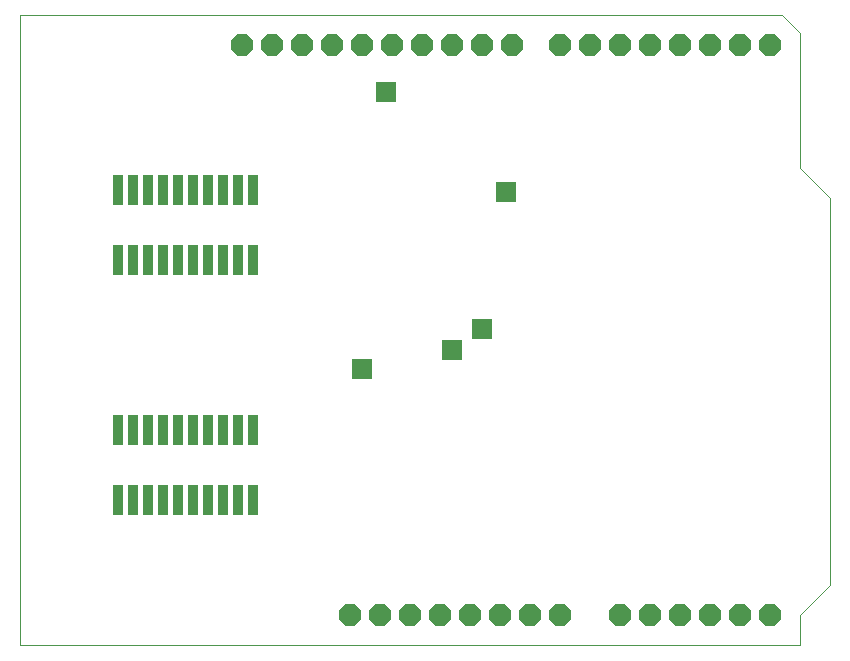
<source format=gts>
G75*
G70*
%OFA0B0*%
%FSLAX24Y24*%
%IPPOS*%
%LPD*%
%AMOC8*
5,1,8,0,0,1.08239X$1,22.5*
%
%ADD10R,0.0379X0.1025*%
%ADD11C,0.0000*%
%ADD12OC8,0.0740*%
%ADD13R,0.0671X0.0671*%
D10*
X003750Y005339D03*
X004250Y005339D03*
X004750Y005339D03*
X005250Y005339D03*
X005750Y005339D03*
X006250Y005339D03*
X006750Y005339D03*
X007250Y005339D03*
X007750Y005339D03*
X008250Y005339D03*
X008250Y007661D03*
X007750Y007661D03*
X007250Y007661D03*
X006750Y007661D03*
X006250Y007661D03*
X005750Y007661D03*
X005250Y007661D03*
X004750Y007661D03*
X004250Y007661D03*
X003750Y007661D03*
X003750Y013339D03*
X004250Y013339D03*
X004750Y013339D03*
X005250Y013339D03*
X005750Y013339D03*
X006250Y013339D03*
X006750Y013339D03*
X007250Y013339D03*
X007750Y013339D03*
X008250Y013339D03*
X008250Y015661D03*
X007750Y015661D03*
X007250Y015661D03*
X006750Y015661D03*
X006250Y015661D03*
X005750Y015661D03*
X005250Y015661D03*
X004750Y015661D03*
X004250Y015661D03*
X003750Y015661D03*
D11*
X000500Y021500D02*
X000500Y000500D01*
X026500Y000500D01*
X026500Y001500D01*
X027500Y002500D01*
X027500Y015400D01*
X026500Y016400D01*
X026500Y020900D01*
X025900Y021500D01*
X000500Y021500D01*
D12*
X007900Y020500D03*
X008900Y020500D03*
X009900Y020500D03*
X010900Y020500D03*
X011900Y020500D03*
X012900Y020500D03*
X013900Y020500D03*
X014900Y020500D03*
X015900Y020500D03*
X016900Y020500D03*
X018500Y020500D03*
X019500Y020500D03*
X020500Y020500D03*
X021500Y020500D03*
X022500Y020500D03*
X023500Y020500D03*
X024500Y020500D03*
X025500Y020500D03*
X025500Y001500D03*
X024500Y001500D03*
X023500Y001500D03*
X022500Y001500D03*
X021500Y001500D03*
X020500Y001500D03*
X018500Y001500D03*
X017500Y001500D03*
X016500Y001500D03*
X015500Y001500D03*
X014500Y001500D03*
X013500Y001500D03*
X012500Y001500D03*
X011500Y001500D03*
D13*
X011900Y009700D03*
X014900Y010350D03*
X015900Y011050D03*
X016700Y015600D03*
X012700Y018950D03*
M02*

</source>
